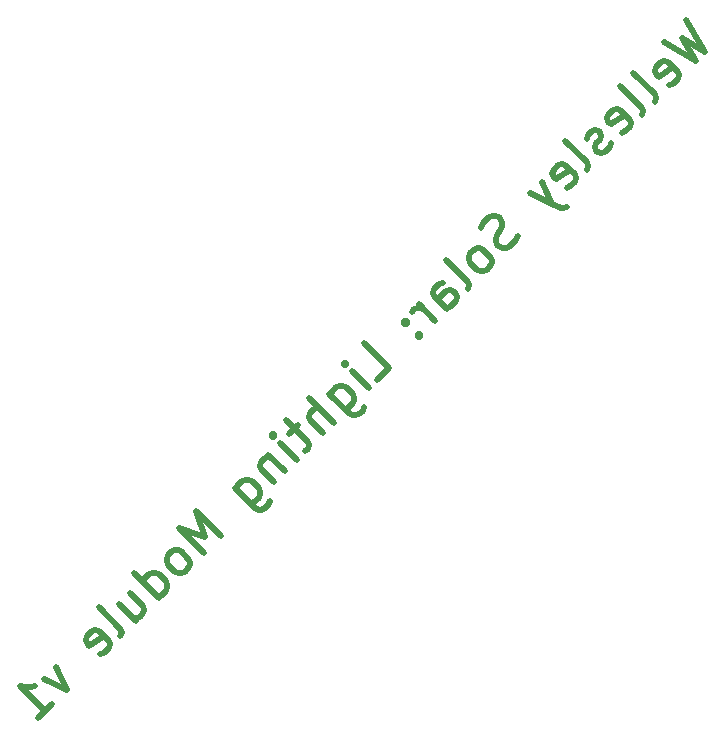
<source format=gbr>
G04 #@! TF.GenerationSoftware,KiCad,Pcbnew,(5.0.0)*
G04 #@! TF.CreationDate,2020-05-11T19:06:42-04:00*
G04 #@! TF.ProjectId,Lighting,4C69676874696E672E6B696361645F70,1*
G04 #@! TF.SameCoordinates,Original*
G04 #@! TF.FileFunction,Legend,Bot*
G04 #@! TF.FilePolarity,Positive*
%FSLAX46Y46*%
G04 Gerber Fmt 4.6, Leading zero omitted, Abs format (unit mm)*
G04 Created by KiCad (PCBNEW (5.0.0)) date 05/11/20 19:06:42*
%MOMM*%
%LPD*%
G01*
G04 APERTURE LIST*
%ADD10C,0.500000*%
G04 APERTURE END LIST*
D10*
X261055133Y-62884515D02*
X262671378Y-65510911D01*
X260752088Y-64399744D01*
X261863255Y-66319033D01*
X259236859Y-64702789D01*
X259640920Y-68339338D02*
X259943966Y-68238323D01*
X260348027Y-67834262D01*
X260449042Y-67531216D01*
X260348027Y-67228171D01*
X259539905Y-66420049D01*
X259236859Y-66319033D01*
X258933813Y-66420049D01*
X258529752Y-66824110D01*
X258428737Y-67127155D01*
X258529752Y-67430201D01*
X258731783Y-67632232D01*
X259943966Y-66824110D01*
X258428737Y-69753552D02*
X258529752Y-69450506D01*
X258428737Y-69147460D01*
X256610462Y-67329186D01*
X257317569Y-70864720D02*
X257418584Y-70561674D01*
X257317569Y-70258628D01*
X255499294Y-68440354D01*
X255600310Y-72379949D02*
X255903355Y-72278933D01*
X256307416Y-71874872D01*
X256408432Y-71571827D01*
X256307416Y-71268781D01*
X255499294Y-70460659D01*
X255196249Y-70359644D01*
X254893203Y-70460659D01*
X254489142Y-70864720D01*
X254388127Y-71167766D01*
X254489142Y-71470811D01*
X254691172Y-71672842D01*
X255903355Y-70864720D01*
X254691172Y-73289086D02*
X254590157Y-73592132D01*
X254186096Y-73996193D01*
X253883050Y-74097208D01*
X253580005Y-73996193D01*
X253478989Y-73895177D01*
X253377974Y-73592132D01*
X253478989Y-73289086D01*
X253782035Y-72986040D01*
X253883050Y-72682994D01*
X253782035Y-72379949D01*
X253681020Y-72278933D01*
X253377974Y-72177918D01*
X253074928Y-72278933D01*
X252771883Y-72581979D01*
X252670867Y-72885025D01*
X252670867Y-75511421D02*
X252771883Y-75208376D01*
X252670867Y-74905330D01*
X250852593Y-73087055D01*
X250953608Y-77026650D02*
X251256654Y-76925635D01*
X251660715Y-76521574D01*
X251761730Y-76218528D01*
X251660715Y-75915483D01*
X250852593Y-75107360D01*
X250549547Y-75006345D01*
X250246501Y-75107360D01*
X249842440Y-75511421D01*
X249741425Y-75814467D01*
X249842440Y-76117513D01*
X250044471Y-76319544D01*
X251256654Y-75511421D01*
X248832288Y-76521574D02*
X249741425Y-78440864D01*
X247822135Y-77531727D02*
X249741425Y-78440864D01*
X250448532Y-78743910D01*
X250650562Y-78743910D01*
X250953608Y-78642894D01*
X246811983Y-81168276D02*
X246609952Y-81572337D01*
X246104876Y-82077413D01*
X245801830Y-82178428D01*
X245599800Y-82178428D01*
X245296754Y-82077413D01*
X245094723Y-81875383D01*
X244993708Y-81572337D01*
X244993708Y-81370306D01*
X245094723Y-81067260D01*
X245397769Y-80562184D01*
X245498784Y-80259138D01*
X245498784Y-80057108D01*
X245397769Y-79754062D01*
X245195739Y-79552032D01*
X244892693Y-79451016D01*
X244690662Y-79451016D01*
X244387616Y-79552032D01*
X243882540Y-80057108D01*
X243680510Y-80461169D01*
X244488632Y-83693657D02*
X244589647Y-83390611D01*
X244589647Y-83188581D01*
X244488632Y-82885535D01*
X243882540Y-82279444D01*
X243579494Y-82178428D01*
X243377464Y-82178428D01*
X243074418Y-82279444D01*
X242771372Y-82582489D01*
X242670357Y-82885535D01*
X242670357Y-83087566D01*
X242771372Y-83390611D01*
X243377464Y-83996703D01*
X243680510Y-84097718D01*
X243882540Y-84097718D01*
X244185586Y-83996703D01*
X244488632Y-83693657D01*
X242569342Y-85612947D02*
X242670357Y-85309901D01*
X242569342Y-85006855D01*
X240751067Y-83188581D01*
X240852083Y-87330206D02*
X239740915Y-86219038D01*
X239639900Y-85915993D01*
X239740915Y-85612947D01*
X240144976Y-85208886D01*
X240448022Y-85107871D01*
X240751067Y-87229191D02*
X241054113Y-87128176D01*
X241559189Y-86623099D01*
X241660205Y-86320054D01*
X241559189Y-86017008D01*
X241357159Y-85814977D01*
X241054113Y-85713962D01*
X240751067Y-85814977D01*
X240245991Y-86320054D01*
X239942945Y-86421069D01*
X239841930Y-88340359D02*
X238427716Y-86926145D01*
X238831777Y-87330206D02*
X238528732Y-87229191D01*
X238326701Y-87229191D01*
X238023655Y-87330206D01*
X237821625Y-87532237D01*
X238326701Y-89451527D02*
X238326701Y-89653557D01*
X238528732Y-89653557D01*
X238528732Y-89451527D01*
X238326701Y-89451527D01*
X238528732Y-89653557D01*
X237215533Y-88340359D02*
X237215533Y-88542389D01*
X237417564Y-88542389D01*
X237417564Y-88340359D01*
X237215533Y-88340359D01*
X237417564Y-88542389D01*
X234892183Y-93290106D02*
X235902335Y-92279954D01*
X233781015Y-90158633D01*
X234185076Y-93997213D02*
X232770862Y-92582999D01*
X232063755Y-91875893D02*
X232265786Y-91875893D01*
X232265786Y-92077923D01*
X232063755Y-92077923D01*
X232063755Y-91875893D01*
X232265786Y-92077923D01*
X230851572Y-94502289D02*
X232568832Y-96219549D01*
X232871877Y-96320564D01*
X233073908Y-96320564D01*
X233376954Y-96219549D01*
X233680000Y-95916503D01*
X233781015Y-95613457D01*
X232164771Y-95815488D02*
X232467816Y-95714472D01*
X232871877Y-95310411D01*
X232972893Y-95007366D01*
X232972893Y-94805335D01*
X232871877Y-94502289D01*
X232265786Y-93896198D01*
X231962740Y-93795183D01*
X231760710Y-93795183D01*
X231457664Y-93896198D01*
X231053603Y-94300259D01*
X230952588Y-94603305D01*
X231255633Y-96926655D02*
X229134313Y-94805335D01*
X230346496Y-97835793D02*
X229235328Y-96724625D01*
X229134313Y-96421579D01*
X229235328Y-96118533D01*
X229538374Y-95815488D01*
X229841420Y-95714472D01*
X230043450Y-95714472D01*
X228225176Y-97128686D02*
X227417054Y-97936808D01*
X227215023Y-96724625D02*
X229033298Y-98542900D01*
X229134313Y-98845945D01*
X229033298Y-99148991D01*
X228831267Y-99351022D01*
X228124161Y-100058128D02*
X226709947Y-98643915D01*
X226002840Y-97936808D02*
X226204871Y-97936808D01*
X226204871Y-98138838D01*
X226002840Y-98138838D01*
X226002840Y-97936808D01*
X226204871Y-98138838D01*
X225699794Y-99654067D02*
X227114008Y-101068281D01*
X225901825Y-99856098D02*
X225699794Y-99856098D01*
X225396749Y-99957113D01*
X225093703Y-100260159D01*
X224992688Y-100563205D01*
X225093703Y-100866250D01*
X226204871Y-101977418D01*
X222871367Y-102482494D02*
X224588627Y-104199754D01*
X224891672Y-104300769D01*
X225093703Y-104300769D01*
X225396749Y-104199754D01*
X225699794Y-103896708D01*
X225800810Y-103593662D01*
X224184566Y-103795693D02*
X224487611Y-103694677D01*
X224891672Y-103290616D01*
X224992688Y-102987571D01*
X224992688Y-102785540D01*
X224891672Y-102482494D01*
X224285581Y-101876403D01*
X223982535Y-101775388D01*
X223780505Y-101775388D01*
X223477459Y-101876403D01*
X223073398Y-102280464D01*
X222972383Y-102583510D01*
X221659184Y-106523105D02*
X219537864Y-104401784D01*
X220345986Y-106624120D01*
X218123650Y-105815998D01*
X220244971Y-107937318D01*
X218931772Y-109250516D02*
X219032788Y-108947471D01*
X219032788Y-108745440D01*
X218931772Y-108442394D01*
X218325681Y-107836303D01*
X218022635Y-107735288D01*
X217820605Y-107735288D01*
X217517559Y-107836303D01*
X217214513Y-108139349D01*
X217113498Y-108442394D01*
X217113498Y-108644425D01*
X217214513Y-108947471D01*
X217820605Y-109553562D01*
X218123650Y-109654578D01*
X218325681Y-109654578D01*
X218628727Y-109553562D01*
X218931772Y-109250516D01*
X216406391Y-111775898D02*
X214285071Y-109654578D01*
X216305376Y-111674883D02*
X216608421Y-111573867D01*
X217012483Y-111169806D01*
X217113498Y-110866761D01*
X217113498Y-110664730D01*
X217012483Y-110361684D01*
X216406391Y-109755593D01*
X216103345Y-109654578D01*
X215901315Y-109654578D01*
X215598269Y-109755593D01*
X215194208Y-110159654D01*
X215093193Y-110462700D01*
X213072888Y-112280974D02*
X214487101Y-113695188D01*
X213982025Y-111371837D02*
X215093193Y-112483005D01*
X215194208Y-112786050D01*
X215093193Y-113089096D01*
X214790147Y-113392142D01*
X214487101Y-113493157D01*
X214285071Y-113493157D01*
X213173903Y-115008386D02*
X213274918Y-114705340D01*
X213173903Y-114402294D01*
X211355628Y-112584020D01*
X211456644Y-116523615D02*
X211759689Y-116422600D01*
X212163750Y-116018539D01*
X212264766Y-115715493D01*
X212163750Y-115412447D01*
X211355628Y-114604325D01*
X211052583Y-114503310D01*
X210749537Y-114604325D01*
X210345476Y-115008386D01*
X210244460Y-115311432D01*
X210345476Y-115614478D01*
X210547506Y-115816508D01*
X211759689Y-115008386D01*
X207719079Y-117634783D02*
X208628216Y-119554072D01*
X206708927Y-118644935D01*
X206203850Y-121978439D02*
X207416033Y-120766255D01*
X206809942Y-121372347D02*
X204688621Y-119251027D01*
X205193698Y-119352042D01*
X205597759Y-119352042D01*
X205900805Y-119251027D01*
M02*

</source>
